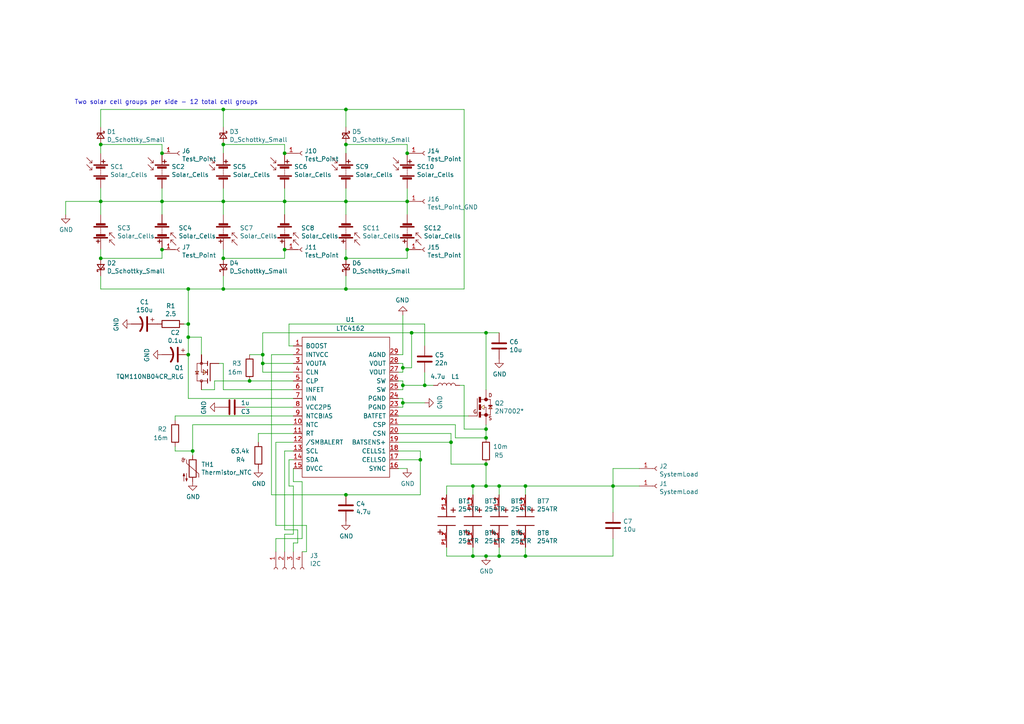
<source format=kicad_sch>
(kicad_sch (version 20211123) (generator eeschema)
  (paper "A4")
  (title_block (title "Cubesat Power Board") (date "2022-07-09") (rev "1") (company "SEDS TnTech - Luke Chapman"))
  (lib_symbols
    (symbol "254TR:254TR" (pin_names (offset 1.016) hide)
      (property "Reference" "BT" (at -3.81 3.81 0))
      (property "Value" "254TR" (at -3.81 -5.08 0))
      (symbol "254TR_0_0"
        (polyline (pts (xy -1.27 1.905) (xy 0 1.905)) (stroke (width 0.254)))
        (polyline (pts (xy -0.635 2.54) (xy -0.635 1.27)) (stroke (width 0.254)))
        (polyline (pts (xy 1.27 0) (xy 0 0)) (stroke (width 0.254)))
        (polyline (pts (xy 1.27 0) (xy 1.27 -2.54)) (stroke (width 0.254)))
        (polyline (pts (xy 1.27 2.54) (xy 1.27 0)) (stroke (width 0.254)))
        (pin passive line (at -5.08 0 0) (length 5.08) (name "~") (number "P1_1"))
        (pin passive line (at -5.08 0 0) (length 5.08) (name "~") (number "P1_2"))
      )
    )
    (symbol "2N7002_:2N7002*" (pin_numbers hide) (pin_names (offset 1.016) hide)
      (property "Reference" "Q" (at 2.54 0 0))
      (property "Value" "2N7002*" (at 2.54 -2.54 0))
      (symbol "2N7002*_0_0"
        (rectangle (start -2.032 -2.921) (end -1.524 -1.397) (fill (type outline)))
        (rectangle (start -2.032 -0.762) (end -1.524 0.762) (fill (type outline)))
        (rectangle (start -2.032 1.397) (end -1.524 2.921) (fill (type outline)))
        (circle (center 0 -2.2352) (radius 0.127) (stroke (width 0.4064)))
        (polyline (pts (xy -2.54 -2.54) (xy -2.54 2.54)) (stroke (width 0.1524)))
        (polyline (pts (xy -1.6002 -2.2352) (xy 0 -2.2352)) (stroke (width 0.1524)))
        (polyline (pts (xy -1.6002 2.2352) (xy 0 2.2352)) (stroke (width 0.1524)))
        (polyline (pts (xy -0.508 0) (xy 0 0)) (stroke (width 0.1524)))
        (polyline (pts (xy 0 -2.2352) (xy 0 -2.54)) (stroke (width 0.1524)))
        (polyline (pts (xy 0 0) (xy 0 -2.2352)) (stroke (width 0.1524)))
        (polyline (pts (xy 0 2.2352) (xy 1.27 2.2352)) (stroke (width 0.1524)))
        (polyline (pts (xy 0 2.54) (xy 0 2.2352)) (stroke (width 0.1524)))
        (polyline (pts (xy 1.27 -2.2352) (xy 0 -2.2352)) (stroke (width 0.1524)))
        (polyline (pts (xy 1.27 2.2352) (xy 1.27 -2.2352)) (stroke (width 0.1524)))
        (polyline (pts (xy -1.524 0) (xy -0.508 0.635) (xy -0.508 -0.635) (xy -1.524 0)) (stroke (width 0.1016)) (fill (type background)))
        (polyline (pts (xy 1.27 0.3302) (xy 0.762 -0.4572) (xy 1.778 -0.4572) (xy 1.27 0.3302)) (stroke (width 0.1524)) (fill (type background)))
        (circle (center 0 2.2352) (radius 0.127) (stroke (width 0.4064)))
        (rectangle (start 0.762 0.3302) (end 1.778 0.5842) (fill (type outline)))
        (text "D" (at 0.635 2.8702 0) (effects (font (size 1.016 1.016)) (justify left bottom)))
        (text "G" (at -3.81 -1.905 0) (effects (font (size 1.016 1.016)) (justify left bottom)))
        (text "S" (at 0.635 -3.81 0) (effects (font (size 1.016 1.016)) (justify left bottom)))
        (pin passive line (at -5.08 -2.54 0) (length 2.54) (name "~") (number "1"))
        (pin passive line (at 0 -5.08 90) (length 2.54) (name "~") (number "2"))
        (pin passive line (at 0 5.08 270) (length 2.54) (name "~") (number "3"))
      )
    )
    (symbol "CubesatPwrBoard-rescue:C-Device" (pin_numbers hide) (pin_names (offset 0.254))
      (property "Reference" "C" (at 0.635 2.54 0))
      (property "Value" "C-Device" (at 0.635 -2.54 0))
      (symbol "C-Device_0_1"
        (polyline (pts (xy -2.032 -0.762) (xy 2.032 -0.762)) (stroke (width 0.508)))
        (polyline (pts (xy -2.032 0.762) (xy 2.032 0.762)) (stroke (width 0.508)))
      )
      (symbol "C-Device_1_1"
        (pin passive line (at 0 3.81 270) (length 2.794) (name "~") (number "1"))
        (pin passive line (at 0 -3.81 90) (length 2.794) (name "~") (number "2"))
      )
    )
    (symbol "CubesatPwrBoard-rescue:CP1-Device" (pin_numbers hide) (pin_names (offset 0.254) hide)
      (property "Reference" "C" (at 0.635 2.54 0))
      (property "Value" "CP1-Device" (at 0.635 -2.54 0))
      (symbol "CP1-Device_0_1"
        (polyline (pts (xy -2.032 0.762) (xy 2.032 0.762)) (stroke (width 0.508)))
        (polyline (pts (xy -1.778 2.286) (xy -0.762 2.286)))
        (polyline (pts (xy -1.27 1.778) (xy -1.27 2.794)))
        (arc (start 2.032 -1.27) (mid 0 -0.5572) (end -2.032 -1.27) (stroke (width 0.508)))
      )
      (symbol "CP1-Device_1_1"
        (pin passive line (at 0 3.81 270) (length 2.794) (name "~") (number "1"))
        (pin passive line (at 0 -3.81 90) (length 3.302) (name "~") (number "2"))
      )
    )
    (symbol "CubesatPwrBoard-rescue:Conn_01x01_Female-Connector" (pin_names (offset 1.016) hide)
      (property "Reference" "J" (at 0 2.54 0))
      (property "Value" "Conn_01x01_Female-Connector" (at 0 -2.54 0))
      (symbol "Conn_01x01_Female-Connector_1_1"
        (polyline (pts (xy -1.27 0) (xy -0.508 0)) (stroke (width 0.1524)))
        (arc (start 0 0.508) (mid -0.508 0) (end 0 -0.508) (stroke (width 0.1524)))
        (pin passive line (at -5.08 0 0) (length 3.81) (name "Pin_1") (number "1"))
      )
    )
    (symbol "CubesatPwrBoard-rescue:Conn_01x04_Female-Connector" (pin_names (offset 1.016) hide)
      (property "Reference" "J" (at 0 5.08 0))
      (property "Value" "Conn_01x04_Female-Connector" (at 0 -7.62 0))
      (symbol "Conn_01x04_Female-Connector_1_1"
        (arc (start 0 -4.572) (mid -0.508 -5.08) (end 0 -5.588) (stroke (width 0.1524)))
        (arc (start 0 -2.032) (mid -0.508 -2.54) (end 0 -3.048) (stroke (width 0.1524)))
        (polyline (pts (xy -1.27 -5.08) (xy -0.508 -5.08)) (stroke (width 0.1524)))
        (polyline (pts (xy -1.27 -2.54) (xy -0.508 -2.54)) (stroke (width 0.1524)))
        (polyline (pts (xy -1.27 0) (xy -0.508 0)) (stroke (width 0.1524)))
        (polyline (pts (xy -1.27 2.54) (xy -0.508 2.54)) (stroke (width 0.1524)))
        (arc (start 0 0.508) (mid -0.508 0) (end 0 -0.508) (stroke (width 0.1524)))
        (arc (start 0 3.048) (mid -0.508 2.54) (end 0 2.032) (stroke (width 0.1524)))
        (pin passive line (at -5.08 2.54 0) (length 3.81) (name "Pin_1") (number "1"))
        (pin passive line (at -5.08 0 0) (length 3.81) (name "Pin_2") (number "2"))
        (pin passive line (at -5.08 -2.54 0) (length 3.81) (name "Pin_3") (number "3"))
        (pin passive line (at -5.08 -5.08 0) (length 3.81) (name "Pin_4") (number "4"))
      )
    )
    (symbol "CubesatPwrBoard-rescue:D_Schottky_Small-Device" (pin_numbers hide) (pin_names (offset 0.254) hide)
      (property "Reference" "D" (at -1.27 2.032 0))
      (property "Value" "D_Schottky_Small-Device" (at -7.112 -2.032 0))
      (symbol "D_Schottky_Small-Device_0_1"
        (polyline (pts (xy -0.762 0) (xy 0.762 0)))
        (polyline (pts (xy 0.762 -1.016) (xy -0.762 0) (xy 0.762 1.016) (xy 0.762 -1.016)) (stroke (width 0.254)))
        (polyline (pts (xy -1.27 0.762) (xy -1.27 1.016) (xy -0.762 1.016) (xy -0.762 -1.016) (xy -0.254 -1.016) (xy -0.254 -0.762)) (stroke (width 0.254)))
      )
      (symbol "D_Schottky_Small-Device_1_1"
        (pin passive line (at -2.54 0 0) (length 1.778) (name "K") (number "1"))
        (pin passive line (at 2.54 0 180) (length 1.778) (name "A") (number "2"))
      )
    )
    (symbol "CubesatPwrBoard-rescue:GND-power" (power) (pin_names (offset 0))
      (property "Value" "GND-power" (at 0 -3.81 0))
      (symbol "GND-power_0_1"
        (polyline (pts (xy 0 0) (xy 0 -1.27) (xy 1.27 -1.27) (xy 0 -2.54) (xy -1.27 -1.27) (xy 0 -1.27)))
      )
      (symbol "GND-power_1_1"
        (pin power_in line (at 0 0 270) (length 0) hide (name "GND") (number "1"))
      )
    )
    (symbol "CubesatPwrBoard-rescue:L-Device" (pin_numbers hide) (pin_names (offset 1.016) hide)
      (property "Reference" "L" (at -1.27 0 90))
      (property "Value" "L-Device" (at 1.905 0 90))
      (symbol "L-Device_0_1"
        (arc (start 0 -2.54) (mid 0.635 -1.905) (end 0 -1.27))
        (arc (start 0 -1.27) (mid 0.635 -0.635) (end 0 0))
        (arc (start 0 0) (mid 0.635 0.635) (end 0 1.27))
        (arc (start 0 1.27) (mid 0.635 1.905) (end 0 2.54))
      )
      (symbol "L-Device_1_1"
        (pin passive line (at 0 3.81 270) (length 1.27) (name "1") (number "1"))
        (pin passive line (at 0 -3.81 90) (length 1.27) (name "2") (number "2"))
      )
    )
    (symbol "CubesatPwrBoard-rescue:R-Device" (pin_numbers hide) (pin_names (offset 0))
      (property "Reference" "R" (at 2.032 0 90))
      (property "Value" "R-Device" (at 0 0 90))
      (symbol "R-Device_0_1"
        (rectangle (start -1.016 -2.54) (end 1.016 2.54) (stroke (width 0.254)))
      )
      (symbol "R-Device_1_1"
        (pin passive line (at 0 3.81 270) (length 1.27) (name "~") (number "1"))
        (pin passive line (at 0 -3.81 90) (length 1.27) (name "~") (number "2"))
      )
    )
    (symbol "CubesatPwrBoard-rescue:Solar_Cells-Device" (pin_numbers hide) (pin_names (offset 0) hide)
      (property "Reference" "SC" (at 2.54 2.54 0))
      (property "Value" "Solar_Cells-Device" (at 2.54 0 0))
      (symbol "Solar_Cells-Device_0_1"
        (rectangle (start -2.032 -1.397) (end 2.032 -1.651) (fill (type outline)))
        (rectangle (start -2.032 1.778) (end 2.032 1.524) (fill (type outline)))
        (rectangle (start -1.3208 -1.9812) (end 1.27 -2.4892) (fill (type outline)))
        (rectangle (start -1.3208 1.1938) (end 1.27 0.6858) (fill (type outline)))
        (polyline (pts (xy -2.54 0.254) (xy -4.064 1.778)))
        (polyline (pts (xy -2.54 2.286) (xy -4.064 3.81)))
        (polyline (pts (xy 0 -1.524) (xy 0 -1.27)))
        (polyline (pts (xy 0 -1.016) (xy 0 -0.762)))
        (polyline (pts (xy 0 -0.508) (xy 0 -0.254)))
        (polyline (pts (xy 0 0) (xy 0 0.254)))
        (polyline (pts (xy 0 0.508) (xy 0 0.762)))
        (polyline (pts (xy 0 1.778) (xy 0 2.54)))
        (polyline (pts (xy 0.254 2.667) (xy 1.27 2.667)) (stroke (width 0.254)))
        (polyline (pts (xy 0.762 3.175) (xy 0.762 2.159)) (stroke (width 0.254)))
        (polyline (pts (xy -2.54 1.016) (xy -2.54 0.254) (xy -3.302 0.254)))
        (polyline (pts (xy -2.54 3.048) (xy -2.54 2.286) (xy -3.302 2.286)))
      )
      (symbol "Solar_Cells-Device_1_1"
        (pin passive line (at 0 5.08 270) (length 2.54) (name "+") (number "1"))
        (pin passive line (at 0 -5.08 90) (length 2.54) (name "-") (number "2"))
      )
    )
    (symbol "CubesatPwrBoard-rescue:Thermistor_NTC-Device" (pin_numbers hide) (pin_names (offset 0))
      (property "Reference" "TH" (at -4.445 0 90))
      (property "Value" "Thermistor_NTC-Device" (at 3.175 0 90))
      (symbol "Thermistor_NTC-Device_0_1"
        (arc (start -3.048 2.159) (mid -3.0495 2.3143) (end -3.175 2.413))
        (arc (start -3.048 2.159) (mid -2.9736 1.9794) (end -2.794 1.905))
        (arc (start -3.048 2.794) (mid -2.9736 2.6144) (end -2.794 2.54))
        (arc (start -2.794 1.905) (mid -2.6144 1.9794) (end -2.54 2.159))
        (arc (start -2.794 2.54) (mid -2.4393 2.5587) (end -2.159 2.794))
        (arc (start -2.794 3.048) (mid -2.9736 2.9736) (end -3.048 2.794))
        (arc (start -2.54 2.794) (mid -2.6144 2.9736) (end -2.794 3.048))
        (rectangle (start -1.016 2.54) (end 1.016 -2.54) (stroke (width 0.254)))
        (polyline (pts (xy -2.54 2.159) (xy -2.54 2.794)))
        (polyline (pts (xy -1.778 2.54) (xy -1.778 1.524) (xy 1.778 -1.524) (xy 1.778 -2.54)))
        (polyline (pts (xy -2.54 -3.683) (xy -2.54 -1.397) (xy -2.794 -2.159) (xy -2.286 -2.159) (xy -2.54 -1.397) (xy -2.54 -1.651)) (fill (type outline)))
        (polyline (pts (xy -1.778 -1.397) (xy -1.778 -3.683) (xy -2.032 -2.921) (xy -1.524 -2.921) (xy -1.778 -3.683) (xy -1.778 -3.429)) (fill (type outline)))
      )
      (symbol "Thermistor_NTC-Device_1_1"
        (pin passive line (at 0 3.81 270) (length 1.27) (name "~") (number "1"))
        (pin passive line (at 0 -3.81 90) (length 1.27) (name "~") (number "2"))
      )
    )
    (symbol "LTC4162IUFD:LTC4162" (pin_names (offset 1.016))
      (property "Reference" "U" (at 0 21.59 0))
      (property "Value" "LTC4162" (at 0 24.13 0))
      (symbol "LTC4162_0_1"
        (rectangle (start -13.97 20.32) (end 11.43 -20.32))
      )
      (symbol "LTC4162_1_1"
        (pin input line (at -16.51 17.78 0) (length 2.54) (name "BOOST") (number "1"))
        (pin input line (at -16.51 -5.08 0) (length 2.54) (name "NTC") (number "10"))
        (pin input line (at -16.51 -7.62 0) (length 2.54) (name "RT") (number "11"))
        (pin input line (at -16.51 -10.16 0) (length 2.54) (name "/SMBALERT") (number "12"))
        (pin input line (at -16.51 -12.7 0) (length 2.54) (name "SCL") (number "13"))
        (pin input line (at -16.51 -15.24 0) (length 2.54) (name "SDA") (number "14"))
        (pin input line (at -16.51 -17.78 0) (length 2.54) (name "DVCC") (number "15"))
        (pin input line (at 13.97 -17.78 180) (length 2.54) (name "SYNC") (number "16"))
        (pin input line (at 13.97 -15.24 180) (length 2.54) (name "CELLS0") (number "17"))
        (pin input line (at 13.97 -12.7 180) (length 2.54) (name "CELLS1") (number "18"))
        (pin input line (at 13.97 -10.16 180) (length 2.54) (name "BATSENS+") (number "19"))
        (pin input line (at -16.51 15.24 0) (length 2.54) (name "INTVCC") (number "2"))
        (pin input line (at 13.97 -7.62 180) (length 2.54) (name "CSN") (number "20"))
        (pin input line (at 13.97 -5.08 180) (length 2.54) (name "CSP") (number "21"))
        (pin input line (at 13.97 -2.54 180) (length 2.54) (name "BATFET") (number "22"))
        (pin input line (at 13.97 0 180) (length 2.54) (name "PGND") (number "23"))
        (pin input line (at 13.97 2.54 180) (length 2.54) (name "PGND") (number "24"))
        (pin input line (at 13.97 5.08 180) (length 2.54) (name "SW") (number "25"))
        (pin input line (at 13.97 7.62 180) (length 2.54) (name "SW") (number "26"))
        (pin input line (at 13.97 10.16 180) (length 2.54) (name "VOUT") (number "27"))
        (pin input line (at 13.97 12.7 180) (length 2.54) (name "VOUT") (number "28"))
        (pin input line (at 13.97 15.24 180) (length 2.54) (name "AGND") (number "29"))
        (pin input line (at -16.51 12.7 0) (length 2.54) (name "VOUTA") (number "3"))
        (pin input line (at -16.51 10.16 0) (length 2.54) (name "CLN") (number "4"))
        (pin input line (at -16.51 7.62 0) (length 2.54) (name "CLP") (number "5"))
        (pin input line (at -16.51 5.08 0) (length 2.54) (name "INFET") (number "6"))
        (pin input line (at -16.51 2.54 0) (length 2.54) (name "VIN") (number "7"))
        (pin input line (at -16.51 0 0) (length 2.54) (name "VCC2P5") (number "8"))
        (pin input line (at -16.51 -2.54 0) (length 2.54) (name "NTCBIAS") (number "9"))
      )
    )
    (symbol "TQM110NB04CR_RLG:TQM110NB04CR_RLG" (pin_numbers hide) (pin_names (offset 1.016) hide)
      (property "Reference" "Q" (at -8.89 2.54 0))
      (property "Value" "TQM110NB04CR_RLG" (at -8.89 -7.62 0))
      (symbol "TQM110NB04CR_RLG_0_0"
        (polyline (pts (xy 0 2.54) (xy 0 -2.54)) (stroke (width 0.254)))
        (polyline (pts (xy 0.762 -2.54) (xy 0.762 -3.175)) (stroke (width 0.254)))
        (polyline (pts (xy 0.762 -1.905) (xy 0.762 -2.54)) (stroke (width 0.254)))
        (polyline (pts (xy 0.762 0) (xy 0.762 -0.762)) (stroke (width 0.254)))
        (polyline (pts (xy 0.762 0) (xy 2.54 0)) (stroke (width 0.1524)))
        (polyline (pts (xy 0.762 0.762) (xy 0.762 0)) (stroke (width 0.254)))
        (polyline (pts (xy 0.762 2.54) (xy 0.762 1.905)) (stroke (width 0.254)))
        (polyline (pts (xy 0.762 2.54) (xy 3.81 2.54)) (stroke (width 0.1524)))
        (polyline (pts (xy 0.762 3.175) (xy 0.762 2.54)) (stroke (width 0.254)))
        (polyline (pts (xy 2.54 -2.54) (xy 0.762 -2.54)) (stroke (width 0.1524)))
        (polyline (pts (xy 2.54 -2.54) (xy 3.81 -2.54)) (stroke (width 0.1524)))
        (polyline (pts (xy 2.54 0) (xy 2.54 -2.54)) (stroke (width 0.1524)))
        (polyline (pts (xy 3.81 0.508) (xy 3.302 0.508)) (stroke (width 0.1524)))
        (polyline (pts (xy 3.81 0.508) (xy 3.81 -2.54)) (stroke (width 0.1524)))
        (polyline (pts (xy 3.81 2.54) (xy 3.81 0.508)) (stroke (width 0.1524)))
        (polyline (pts (xy 4.318 0.508) (xy 3.81 0.508)) (stroke (width 0.1524)))
        (polyline (pts (xy 1.016 0) (xy 2.032 0.762) (xy 2.032 -0.762) (xy 1.016 0)) (stroke (width 0.1524)) (fill (type background)))
        (polyline (pts (xy 3.81 0.508) (xy 3.302 -0.254) (xy 4.318 -0.254) (xy 3.81 0.508)) (stroke (width 0.1524)) (fill (type background)))
        (circle (center 2.54 -2.54) (radius 0.3556))
        (circle (center 2.54 2.54) (radius 0.3556))
        (pin passive line (at 2.54 -5.08 90) (length 2.54) (name "~") (number "1"))
        (pin passive line (at 2.54 -5.08 90) (length 2.54) (name "~") (number "2"))
        (pin passive line (at 2.54 -5.08 90) (length 2.54) (name "~") (number "3"))
        (pin passive line (at -2.54 -2.54 0) (length 2.54) (name "~") (number "4"))
        (pin passive line (at 2.54 5.08 270) (length 2.54) (name "~") (number "5_8"))
      )
    )
  )
  (junction (at 82.55 58.42))
  (junction (at 46.99 72.39))
  (junction (at 100.33 74.93))
  (junction (at 116.84 116.84))
  (junction (at 100.33 58.42))
  (junction (at 64.77 41.91))
  (junction (at 118.11 44.45))
  (junction (at 64.77 74.93))
  (junction (at 118.11 58.42))
  (junction (at 100.33 143.51))
  (junction (at 72.39 110.49))
  (junction (at 54.61 97.79))
  (junction (at 137.16 140.97))
  (junction (at 140.97 134.62))
  (junction (at 46.99 58.42))
  (junction (at 82.55 44.45))
  (junction (at 76.2 102.87))
  (junction (at 29.21 41.91))
  (junction (at 144.78 140.97))
  (junction (at 137.16 161.29))
  (junction (at 144.78 161.29))
  (junction (at 140.97 140.97))
  (junction (at 100.33 83.82))
  (junction (at 29.21 58.42))
  (junction (at 29.21 74.93))
  (junction (at 54.61 102.87))
  (junction (at 130.81 128.27))
  (junction (at 152.4 161.29))
  (junction (at 100.33 31.75))
  (junction (at 116.84 106.68))
  (junction (at 121.92 133.35))
  (junction (at 152.4 140.97))
  (junction (at 64.77 83.82))
  (junction (at 123.19 111.76))
  (junction (at 140.97 96.52))
  (junction (at 177.8 140.97))
  (junction (at 140.97 127))
  (junction (at 82.55 72.39))
  (junction (at 118.11 72.39))
  (junction (at 46.99 44.45))
  (junction (at 54.61 93.98))
  (junction (at 54.61 83.82))
  (junction (at 55.88 130.81))
  (junction (at 64.77 31.75))
  (junction (at 140.97 124.46))
  (junction (at 116.84 111.76))
  (junction (at 140.97 161.29))
  (junction (at 64.77 58.42))
  (junction (at 76.2 105.41))
  (junction (at 119.38 96.52))
  (junction (at 100.33 41.91))
  (wire (pts (xy 55.88 123.19) (xy 55.88 130.81)))
  (wire (pts (xy 85.09 157.48) (xy 85.09 160.02)))
  (wire (pts (xy 86.36 153.67) (xy 86.36 157.48)))
  (wire (pts (xy 118.11 74.93) (xy 118.11 72.39)))
  (wire (pts (xy 29.21 31.75) (xy 64.77 31.75)))
  (wire (pts (xy 78.74 102.87) (xy 78.74 143.51)))
  (wire (pts (xy 82.55 74.93) (xy 64.77 74.93)))
  (wire (pts (xy 63.5 105.41) (xy 64.77 105.41)))
  (wire (pts (xy 116.84 102.87) (xy 115.57 102.87)))
  (wire (pts (xy 116.84 111.76) (xy 116.84 113.03)))
  (wire (pts (xy 54.61 93.98) (xy 54.61 83.82)))
  (wire (pts (xy 29.21 83.82) (xy 54.61 83.82)))
  (wire (pts (xy 137.16 158.75) (xy 137.16 161.29)))
  (wire (pts (xy 135.89 120.65) (xy 115.57 120.65)))
  (wire (pts (xy 29.21 31.75) (xy 29.21 36.83)))
  (wire (pts (xy 64.77 74.93) (xy 64.77 72.39)))
  (wire (pts (xy 100.33 54.61) (xy 100.33 58.42)))
  (wire (pts (xy 129.54 158.75) (xy 129.54 161.29)))
  (wire (pts (xy 133.35 111.76) (xy 134.62 111.76)))
  (wire (pts (xy 46.99 44.45) (xy 46.99 41.91)))
  (wire (pts (xy 123.19 111.76) (xy 123.19 107.95)))
  (wire (pts (xy 83.82 133.35) (xy 83.82 140.97)))
  (wire (pts (xy 118.11 41.91) (xy 118.11 44.45)))
  (wire (pts (xy 130.81 128.27) (xy 130.81 134.62)))
  (wire (pts (xy 64.77 105.41) (xy 64.77 113.03)))
  (wire (pts (xy 62.23 110.49) (xy 72.39 110.49)))
  (wire (pts (xy 64.77 83.82) (xy 64.77 80.01)))
  (wire (pts (xy 72.39 102.87) (xy 76.2 102.87)))
  (wire (pts (xy 85.09 140.97) (xy 85.09 154.94)))
  (wire (pts (xy 152.4 140.97) (xy 152.4 143.51)))
  (wire (pts (xy 29.21 58.42) (xy 19.05 58.42)))
  (wire (pts (xy 115.57 115.57) (xy 116.84 115.57)))
  (wire (pts (xy 80.01 128.27) (xy 80.01 152.4)))
  (wire (pts (xy 177.8 140.97) (xy 185.42 140.97)))
  (wire (pts (xy 46.99 58.42) (xy 29.21 58.42)))
  (wire (pts (xy 82.55 41.91) (xy 64.77 41.91)))
  (wire (pts (xy 118.11 58.42) (xy 118.11 54.61)))
  (wire (pts (xy 83.82 100.33) (xy 83.82 93.98)))
  (wire (pts (xy 29.21 44.45) (xy 29.21 41.91)))
  (wire (pts (xy 134.62 31.75) (xy 100.33 31.75)))
  (wire (pts (xy 85.09 118.11) (xy 71.12 118.11)))
  (wire (pts (xy 119.38 96.52) (xy 140.97 96.52)))
  (wire (pts (xy 82.55 74.93) (xy 82.55 72.39)))
  (wire (pts (xy 100.33 31.75) (xy 100.33 36.83)))
  (wire (pts (xy 140.97 124.46) (xy 140.97 123.19)))
  (wire (pts (xy 46.99 58.42) (xy 46.99 54.61)))
  (wire (pts (xy 115.57 125.73) (xy 130.81 125.73)))
  (wire (pts (xy 87.63 156.21) (xy 80.01 156.21)))
  (wire (pts (xy 152.4 161.29) (xy 152.4 158.75)))
  (wire (pts (xy 130.81 125.73) (xy 130.81 128.27)))
  (wire (pts (xy 46.99 74.93) (xy 29.21 74.93)))
  (wire (pts (xy 54.61 115.57) (xy 54.61 102.87)))
  (wire (pts (xy 144.78 143.51) (xy 144.78 140.97)))
  (wire (pts (xy 82.55 58.42) (xy 64.77 58.42)))
  (wire (pts (xy 85.09 130.81) (xy 82.55 130.81)))
  (wire (pts (xy 55.88 130.81) (xy 55.88 132.08)))
  (wire (pts (xy 50.8 120.65) (xy 50.8 121.92)))
  (wire (pts (xy 116.84 110.49) (xy 116.84 111.76)))
  (wire (pts (xy 82.55 58.42) (xy 100.33 58.42)))
  (wire (pts (xy 46.99 58.42) (xy 46.99 62.23)))
  (wire (pts (xy 123.19 93.98) (xy 123.19 100.33)))
  (wire (pts (xy 76.2 107.95) (xy 85.09 107.95)))
  (wire (pts (xy 85.09 115.57) (xy 54.61 115.57)))
  (wire (pts (xy 116.84 116.84) (xy 123.19 116.84)))
  (wire (pts (xy 88.9 152.4) (xy 88.9 160.02)))
  (wire (pts (xy 118.11 41.91) (xy 100.33 41.91)))
  (wire (pts (xy 19.05 58.42) (xy 19.05 62.23)))
  (wire (pts (xy 177.8 161.29) (xy 177.8 156.21)))
  (wire (pts (xy 46.99 74.93) (xy 46.99 72.39)))
  (wire (pts (xy 177.8 135.89) (xy 177.8 140.97)))
  (wire (pts (xy 123.19 111.76) (xy 125.73 111.76)))
  (wire (pts (xy 78.74 143.51) (xy 100.33 143.51)))
  (wire (pts (xy 100.33 143.51) (xy 121.92 143.51)))
  (wire (pts (xy 118.11 74.93) (xy 100.33 74.93)))
  (wire (pts (xy 85.09 125.73) (xy 74.93 125.73)))
  (wire (pts (xy 82.55 54.61) (xy 82.55 58.42)))
  (wire (pts (xy 76.2 96.52) (xy 119.38 96.52)))
  (wire (pts (xy 85.09 139.7) (xy 85.09 135.89)))
  (wire (pts (xy 132.08 127) (xy 140.97 127)))
  (wire (pts (xy 58.42 102.87) (xy 58.42 97.79)))
  (wire (pts (xy 134.62 124.46) (xy 140.97 124.46)))
  (wire (pts (xy 116.84 115.57) (xy 116.84 116.84)))
  (wire (pts (xy 119.38 106.68) (xy 119.38 96.52)))
  (wire (pts (xy 29.21 62.23) (xy 29.21 58.42)))
  (wire (pts (xy 144.78 161.29) (xy 152.4 161.29)))
  (wire (pts (xy 140.97 96.52) (xy 144.78 96.52)))
  (wire (pts (xy 82.55 154.94) (xy 82.55 160.02)))
  (wire (pts (xy 58.42 97.79) (xy 54.61 97.79)))
  (wire (pts (xy 140.97 113.03) (xy 140.97 96.52)))
  (wire (pts (xy 29.21 80.01) (xy 29.21 83.82)))
  (wire (pts (xy 58.42 113.03) (xy 62.23 113.03)))
  (wire (pts (xy 80.01 156.21) (xy 80.01 160.02)))
  (wire (pts (xy 50.8 129.54) (xy 50.8 130.81)))
  (wire (pts (xy 185.42 135.89) (xy 177.8 135.89)))
  (wire (pts (xy 100.33 44.45) (xy 100.33 41.91)))
  (wire (pts (xy 140.97 124.46) (xy 140.97 127)))
  (wire (pts (xy 115.57 133.35) (xy 121.92 133.35)))
  (wire (pts (xy 137.16 140.97) (xy 140.97 140.97)))
  (wire (pts (xy 82.55 130.81) (xy 82.55 153.67)))
  (wire (pts (xy 88.9 160.02) (xy 87.63 160.02)))
  (wire (pts (xy 115.57 128.27) (xy 130.81 128.27)))
  (wire (pts (xy 87.63 139.7) (xy 85.09 139.7)))
  (wire (pts (xy 152.4 161.29) (xy 177.8 161.29)))
  (wire (pts (xy 177.8 140.97) (xy 177.8 148.59)))
  (wire (pts (xy 83.82 93.98) (xy 123.19 93.98)))
  (wire (pts (xy 129.54 161.29) (xy 137.16 161.29)))
  (wire (pts (xy 116.84 116.84) (xy 116.84 118.11)))
  (wire (pts (xy 82.55 58.42) (xy 82.55 62.23)))
  (wire (pts (xy 54.61 83.82) (xy 64.77 83.82)))
  (wire (pts (xy 100.33 83.82) (xy 134.62 83.82)))
  (wire (pts (xy 64.77 83.82) (xy 100.33 83.82)))
  (wire (pts (xy 116.84 106.68) (xy 116.84 107.95)))
  (wire (pts (xy 64.77 31.75) (xy 100.33 31.75)))
  (wire (pts (xy 116.84 102.87) (xy 116.84 91.44)))
  (wire (pts (xy 134.62 111.76) (xy 134.62 124.46)))
  (wire (pts (xy 118.11 62.23) (xy 118.11 58.42)))
  (wire (pts (xy 140.97 140.97) (xy 144.78 140.97)))
  (wire (pts (xy 64.77 113.03) (xy 85.09 113.03)))
  (wire (pts (xy 137.16 143.51) (xy 137.16 140.97)))
  (wire (pts (xy 85.09 154.94) (xy 82.55 154.94)))
  (wire (pts (xy 64.77 54.61) (xy 64.77 58.42)))
  (wire (pts (xy 62.23 113.03) (xy 62.23 110.49)))
  (wire (pts (xy 29.21 58.42) (xy 29.21 54.61)))
  (wire (pts (xy 137.16 161.29) (xy 140.97 161.29)))
  (wire (pts (xy 76.2 102.87) (xy 76.2 105.41)))
  (wire (pts (xy 116.84 107.95) (xy 115.57 107.95)))
  (wire (pts (xy 132.08 123.19) (xy 132.08 127)))
  (wire (pts (xy 85.09 102.87) (xy 78.74 102.87)))
  (wire (pts (xy 80.01 128.27) (xy 85.09 128.27)))
  (wire (pts (xy 85.09 133.35) (xy 83.82 133.35)))
  (wire (pts (xy 54.61 97.79) (xy 54.61 93.98)))
  (wire (pts (xy 115.57 110.49) (xy 116.84 110.49)))
  (wire (pts (xy 121.92 133.35) (xy 121.92 143.51)))
  (wire (pts (xy 130.81 134.62) (xy 140.97 134.62)))
  (wire (pts (xy 64.77 31.75) (xy 64.77 36.83)))
  (wire (pts (xy 140.97 134.62) (xy 140.97 140.97)))
  (wire (pts (xy 53.34 93.98) (xy 54.61 93.98)))
  (wire (pts (xy 100.33 83.82) (xy 100.33 80.01)))
  (wire (pts (xy 80.01 152.4) (xy 88.9 152.4)))
  (wire (pts (xy 116.84 118.11) (xy 115.57 118.11)))
  (wire (pts (xy 54.61 102.87) (xy 54.61 97.79)))
  (wire (pts (xy 121.92 130.81) (xy 121.92 133.35)))
  (wire (pts (xy 152.4 140.97) (xy 177.8 140.97)))
  (wire (pts (xy 82.55 44.45) (xy 82.55 41.91)))
  (wire (pts (xy 85.09 100.33) (xy 83.82 100.33)))
  (wire (pts (xy 76.2 105.41) (xy 76.2 107.95)))
  (wire (pts (xy 116.84 111.76) (xy 123.19 111.76)))
  (wire (pts (xy 144.78 140.97) (xy 152.4 140.97)))
  (wire (pts (xy 64.77 58.42) (xy 46.99 58.42)))
  (wire (pts (xy 74.93 125.73) (xy 74.93 128.27)))
  (wire (pts (xy 83.82 140.97) (xy 85.09 140.97)))
  (wire (pts (xy 29.21 41.91) (xy 46.99 41.91)))
  (wire (pts (xy 118.11 58.42) (xy 100.33 58.42)))
  (wire (pts (xy 76.2 96.52) (xy 76.2 102.87)))
  (wire (pts (xy 86.36 157.48) (xy 85.09 157.48)))
  (wire (pts (xy 140.97 161.29) (xy 144.78 161.29)))
  (wire (pts (xy 129.54 143.51) (xy 129.54 140.97)))
  (wire (pts (xy 144.78 158.75) (xy 144.78 161.29)))
  (wire (pts (xy 82.55 153.67) (xy 86.36 153.67)))
  (wire (pts (xy 85.09 123.19) (xy 55.88 123.19)))
  (wire (pts (xy 100.33 74.93) (xy 100.33 72.39)))
  (wire (pts (xy 87.63 139.7) (xy 87.63 156.21)))
  (wire (pts (xy 29.21 74.93) (xy 29.21 72.39)))
  (wire (pts (xy 115.57 135.89) (xy 118.11 135.89)))
  (wire (pts (xy 64.77 58.42) (xy 64.77 62.23)))
  (wire (pts (xy 116.84 106.68) (xy 119.38 106.68)))
  (wire (pts (xy 115.57 123.19) (xy 132.08 123.19)))
  (wire (pts (xy 115.57 105.41) (xy 116.84 105.41)))
  (wire (pts (xy 64.77 44.45) (xy 64.77 41.91)))
  (wire (pts (xy 100.33 58.42) (xy 100.33 62.23)))
  (wire (pts (xy 134.62 83.82) (xy 134.62 31.75)))
  (wire (pts (xy 129.54 140.97) (xy 137.16 140.97)))
  (wire (pts (xy 72.39 110.49) (xy 85.09 110.49)))
  (wire (pts (xy 85.09 120.65) (xy 50.8 120.65)))
  (wire (pts (xy 115.57 130.81) (xy 121.92 130.81)))
  (wire (pts (xy 50.8 130.81) (xy 55.88 130.81)))
  (wire (pts (xy 76.2 105.41) (xy 85.09 105.41)))
  (wire (pts (xy 116.84 105.41) (xy 116.84 106.68)))
  (wire (pts (xy 116.84 113.03) (xy 115.57 113.03)))
  (text "Two solar cell groups per side - 12 total cell groups" (at 21.59 30.48 0) (effects (font (size 1.27 1.27)) (justify left bottom)))
  (symbol (lib_id "LTC4162IUFD:LTC4162") (at 101.6 118.11 0) (unit 1)
    (property "Reference" "U1" (at 101.6 92.71 0))
    (property "Value" "LTC4162" (at 101.6 95.25 0))
    (property "Footprint" "LTC4162:QFN50P500X400X80-29N" (effects hide))
  )
  (symbol (lib_id "CubesatPwrBoard-rescue:Solar_Cells-Device") (at 29.21 67.31 180) (unit 1)
    (property "Reference" "SC3" (at 33.9852 66.1416 0) (effects (justify right)))
    (property "Value" "Solar_Cells" (at 33.9852 68.453 0) (effects (justify right)))
    (property "Footprint" "6915_1x2:691508110302" (effects hide))
  )
  (symbol (lib_id "CubesatPwrBoard-rescue:Solar_Cells-Device") (at 46.99 49.53 0) (unit 1)
    (property "Reference" "SC2" (at 49.7332 48.3616 0) (effects (justify left)))
    (property "Value" "Solar_Cells" (at 49.7332 50.673 0) (effects (justify left)))
    (property "Footprint" "6915_1x2:691508110302" (effects hide))
  )
  (symbol (lib_id "CubesatPwrBoard-rescue:Solar_Cells-Device") (at 46.99 67.31 180) (unit 1)
    (property "Reference" "SC4" (at 51.7652 66.1416 0) (effects (justify right)))
    (property "Value" "Solar_Cells" (at 51.7652 68.453 0) (effects (justify right)))
    (property "Footprint" "6915_1x2:691508110302" (effects hide))
  )
  (symbol (lib_id "CubesatPwrBoard-rescue:Solar_Cells-Device") (at 64.77 67.31 180) (unit 1)
    (property "Reference" "SC7" (at 69.5452 66.1416 0) (effects (justify right)))
    (property "Value" "Solar_Cells" (at 69.5452 68.453 0) (effects (justify right)))
    (property "Footprint" "6915_1x2:691508110302" (effects hide))
  )
  (symbol (lib_id "CubesatPwrBoard-rescue:Solar_Cells-Device") (at 64.77 49.53 0) (unit 1)
    (property "Reference" "SC5" (at 67.5132 48.3616 0) (effects (justify left)))
    (property "Value" "Solar_Cells" (at 67.5132 50.673 0) (effects (justify left)))
    (property "Footprint" "6915_1x2:691508110302" (effects hide))
  )
  (symbol (lib_id "CubesatPwrBoard-rescue:Solar_Cells-Device") (at 82.55 49.53 0) (unit 1)
    (property "Reference" "SC6" (at 85.2932 48.3616 0) (effects (justify left)))
    (property "Value" "Solar_Cells" (at 85.2932 50.673 0) (effects (justify left)))
    (property "Footprint" "6915_1x2:691508110302" (effects hide))
  )
  (symbol (lib_id "CubesatPwrBoard-rescue:Solar_Cells-Device") (at 82.55 67.31 180) (unit 1)
    (property "Reference" "SC8" (at 87.3252 66.1416 0) (effects (justify right)))
    (property "Value" "Solar_Cells" (at 87.3252 68.453 0) (effects (justify right)))
    (property "Footprint" "6915_1x2:691508110302" (effects hide))
  )
  (symbol (lib_id "CubesatPwrBoard-rescue:Solar_Cells-Device") (at 100.33 67.31 180) (unit 1)
    (property "Reference" "SC11" (at 105.1052 66.1416 0) (effects (justify right)))
    (property "Value" "Solar_Cells" (at 105.1052 68.453 0) (effects (justify right)))
    (property "Footprint" "6915_1x2:691508110302" (effects hide))
  )
  (symbol (lib_id "CubesatPwrBoard-rescue:Solar_Cells-Device") (at 100.33 49.53 0) (unit 1)
    (property "Reference" "SC9" (at 103.0732 48.3616 0) (effects (justify left)))
    (property "Value" "Solar_Cells" (at 103.0732 50.673 0) (effects (justify left)))
    (property "Footprint" "6915_1x2:691508110302" (effects hide))
  )
  (symbol (lib_id "CubesatPwrBoard-rescue:Solar_Cells-Device") (at 118.11 67.31 180) (unit 1)
    (property "Reference" "SC12" (at 122.8852 66.1416 0) (effects (justify right)))
    (property "Value" "Solar_Cells" (at 122.8852 68.453 0) (effects (justify right)))
    (property "Footprint" "6915_1x2:691508110302" (effects hide))
  )
  (symbol (lib_id "CubesatPwrBoard-rescue:Solar_Cells-Device") (at 118.11 49.53 0) (unit 1)
    (property "Reference" "SC10" (at 120.8532 48.3616 0) (effects (justify left)))
    (property "Value" "Solar_Cells" (at 120.8532 50.673 0) (effects (justify left)))
    (property "Footprint" "6915_1x2:691508110302" (effects hide))
  )
  (symbol (lib_id "CubesatPwrBoard-rescue:Solar_Cells-Device") (at 29.21 49.53 0) (unit 1)
    (property "Reference" "SC1" (at 31.9532 48.3616 0) (effects (justify left)))
    (property "Value" "Solar_Cells" (at 31.9532 50.673 0) (effects (justify left)))
    (property "Footprint" "6915_1x2:691508110302" (effects hide))
  )
  (symbol (lib_id "CubesatPwrBoard-rescue:GND-power") (at 19.05 62.23 0) (unit 1)
    (property "Reference" "#PWR01" (effects hide))
    (property "Value" "GND" (at 19.177 66.6242 0))
  )
  (symbol (lib_id "CubesatPwrBoard-rescue:D_Schottky_Small-Device") (at 100.33 39.37 270) (unit 1)
    (property "Reference" "D5" (at 102.108 38.2016 90) (effects (justify left)))
    (property "Value" "D_Schottky_Small" (at 102.108 40.513 90) (effects (justify left)))
    (property "Footprint" "CUS520,H3F:DIO_CUS520,H3F" (effects hide))
  )
  (symbol (lib_id "CubesatPwrBoard-rescue:D_Schottky_Small-Device") (at 64.77 39.37 270) (unit 1)
    (property "Reference" "D3" (at 66.548 38.2016 90) (effects (justify left)))
    (property "Value" "D_Schottky_Small" (at 66.548 40.513 90) (effects (justify left)))
    (property "Footprint" "CUS520,H3F:DIO_CUS520,H3F" (effects hide))
  )
  (symbol (lib_id "CubesatPwrBoard-rescue:D_Schottky_Small-Device") (at 29.21 39.37 270) (unit 1)
    (property "Reference" "D1" (at 30.988 38.2016 90) (effects (justify left)))
    (property "Value" "D_Schottky_Small" (at 30.988 40.513 90) (effects (justify left)))
    (property "Footprint" "CUS520,H3F:DIO_CUS520,H3F" (effects hide))
  )
  (symbol (lib_id "CubesatPwrBoard-rescue:D_Schottky_Small-Device") (at 29.21 77.47 90) (unit 1)
    (property "Reference" "D2" (at 30.988 76.3016 90) (effects (justify right)))
    (property "Value" "D_Schottky_Small" (at 30.988 78.613 90) (effects (justify right)))
    (property "Footprint" "CUS520,H3F:DIO_CUS520,H3F" (effects hide))
  )
  (symbol (lib_id "CubesatPwrBoard-rescue:D_Schottky_Small-Device") (at 64.77 77.47 90) (unit 1)
    (property "Reference" "D4" (at 66.548 76.3016 90) (effects (justify right)))
    (property "Value" "D_Schottky_Small" (at 66.548 78.613 90) (effects (justify right)))
    (property "Footprint" "CUS520,H3F:DIO_CUS520,H3F" (effects hide))
  )
  (symbol (lib_id "CubesatPwrBoard-rescue:D_Schottky_Small-Device") (at 100.33 77.47 90) (unit 1)
    (property "Reference" "D6" (at 102.108 76.3016 90) (effects (justify right)))
    (property "Value" "D_Schottky_Small" (at 102.108 78.613 90) (effects (justify right)))
    (property "Footprint" "CUS520,H3F:DIO_CUS520,H3F" (effects hide))
  )
  (symbol (lib_id "TQM110NB04CR_RLG:TQM110NB04CR_RLG") (at 60.96 107.95 180) (unit 1)
    (property "Reference" "Q1" (at 53.34 106.68 0) (effects (justify left)))
    (property "Value" "TQM110NB04CR_RLG" (at 53.34 109.22 0) (effects (justify left)))
    (property "Footprint" "TQM110N:TRANS_TQM110NB04CR_RLG" (effects hide))
    (property "MAXIMUM_PACKAGE_HEIGHT" "1.1 mm" (effects hide))
    (property "PARTREV" "A1910" (effects hide))
    (property "MANUFACTURER" "Taiwan Semiconductor" (effects hide))
    (property "STANDARD" "Manufacturer Recommendations" (effects hide))
  )
  (symbol (lib_id "CubesatPwrBoard-rescue:R-Device") (at 72.39 106.68 0) (unit 1)
    (property "Reference" "R3" (at 67.31 105.41 0) (effects (justify left)))
    (property "Value" "16m" (at 66.04 107.95 0) (effects (justify left)))
    (property "Footprint" "Resistor_SMD:R_0603_1608Metric_Pad0.98x0.95mm_HandSolder" (effects hide))
  )
  (symbol (lib_id "2N7002_:2N7002*") (at 140.97 118.11 0) (unit 1)
    (property "Reference" "Q2" (at 143.4592 116.9416 0) (effects (justify left)))
    (property "Value" "2N7002*" (at 143.4592 119.253 0) (effects (justify left)))
    (property "Footprint" "2N7002:SOT23" (effects hide))
  )
  (symbol (lib_id "CubesatPwrBoard-rescue:C-Device") (at 144.78 100.33 0) (unit 1)
    (property "Reference" "C6" (at 147.701 99.1616 0) (effects (justify left)))
    (property "Value" "10u" (at 147.701 101.473 0) (effects (justify left)))
    (property "Footprint" "Capacitor_SMD:C_0603_1608Metric_Pad1.08x0.95mm_HandSolder" (effects hide))
  )
  (symbol (lib_id "CubesatPwrBoard-rescue:GND-power") (at 144.78 104.14 0) (unit 1)
    (property "Reference" "#PWR014" (effects hide))
    (property "Value" "GND" (at 144.907 108.5342 0))
  )
  (symbol (lib_id "CubesatPwrBoard-rescue:L-Device") (at 129.54 111.76 90) (unit 1)
    (property "Reference" "L1" (at 132.08 109.22 90))
    (property "Value" "4.7u" (at 127 109.22 90))
    (property "Footprint" "Inductor_SMD:L_0603_1608Metric_Pad1.05x0.95mm_HandSolder" (effects hide))
  )
  (symbol (lib_id "CubesatPwrBoard-rescue:C-Device") (at 123.19 104.14 0) (unit 1)
    (property "Reference" "C5" (at 126.111 102.9716 0) (effects (justify left)))
    (property "Value" "22n" (at 126.111 105.283 0) (effects (justify left)))
    (property "Footprint" "Capacitor_SMD:C_0603_1608Metric_Pad1.08x0.95mm_HandSolder" (effects hide))
  )
  (symbol (lib_id "CubesatPwrBoard-rescue:Conn_01x04_Female-Connector") (at 82.55 165.1 90) (mirror x) (unit 1)
    (property "Reference" "J3" (at 89.8652 161.1884 90) (effects (justify right)))
    (property "Value" "I2C" (at 89.8652 163.4998 90) (effects (justify right)))
    (property "Footprint" "6915_1x4:691508110304" (effects hide))
  )
  (symbol (lib_id "CubesatPwrBoard-rescue:R-Device") (at 140.97 130.81 180) (unit 1)
    (property "Reference" "R5" (at 146.05 132.08 0) (effects (justify left)))
    (property "Value" "10m" (at 147.32 129.54 0) (effects (justify left)))
    (property "Footprint" "Resistor_SMD:R_0603_1608Metric_Pad0.98x0.95mm_HandSolder" (effects hide))
  )
  (symbol (lib_id "CubesatPwrBoard-rescue:GND-power") (at 116.84 91.44 180) (unit 1)
    (property "Reference" "#PWR010" (effects hide))
    (property "Value" "GND" (at 116.713 87.0458 0))
  )
  (symbol (lib_id "CubesatPwrBoard-rescue:C-Device") (at 100.33 147.32 0) (unit 1)
    (property "Reference" "C4" (at 103.251 146.1516 0) (effects (justify left)))
    (property "Value" "4.7u" (at 103.251 148.463 0) (effects (justify left)))
    (property "Footprint" "Capacitor_SMD:C_0603_1608Metric_Pad1.08x0.95mm_HandSolder" (effects hide))
  )
  (symbol (lib_id "CubesatPwrBoard-rescue:GND-power") (at 100.33 151.13 0) (unit 1)
    (property "Reference" "#PWR09" (effects hide))
    (property "Value" "GND" (at 100.457 155.5242 0))
  )
  (symbol (lib_id "CubesatPwrBoard-rescue:C-Device") (at 67.31 118.11 90) (unit 1)
    (property "Reference" "C3" (at 69.85 119.38 90) (effects (justify right)))
    (property "Value" "1u" (at 69.85 116.84 90) (effects (justify right)))
    (property "Footprint" "Capacitor_SMD:C_0603_1608Metric_Pad1.08x0.95mm_HandSolder" (effects hide))
  )
  (symbol (lib_id "CubesatPwrBoard-rescue:GND-power") (at 63.5 118.11 270) (unit 1)
    (property "Reference" "#PWR06" (effects hide))
    (property "Value" "GND" (at 59.1058 118.237 0))
  )
  (symbol (lib_id "CubesatPwrBoard-rescue:R-Device") (at 74.93 132.08 180) (unit 1)
    (property "Reference" "R4" (at 71.12 133.35 0) (effects (justify left)))
    (property "Value" "63.4k" (at 72.39 130.81 0) (effects (justify left)))
    (property "Footprint" "Resistor_SMD:R_0603_1608Metric_Pad0.98x0.95mm_HandSolder" (effects hide))
  )
  (symbol (lib_id "CubesatPwrBoard-rescue:GND-power") (at 74.93 135.89 0) (unit 1)
    (property "Reference" "#PWR07" (effects hide))
    (property "Value" "GND" (at 75.057 140.2842 0))
  )
  (symbol (lib_id "CubesatPwrBoard-rescue:GND-power") (at 123.19 116.84 90) (unit 1)
    (property "Reference" "#PWR012" (effects hide))
    (property "Value" "GND" (at 127.5842 116.713 0))
  )
  (symbol (lib_id "CubesatPwrBoard-rescue:Thermistor_NTC-Device") (at 55.88 135.89 0) (unit 1)
    (property "Reference" "TH1" (at 58.3692 134.7216 0) (effects (justify left)))
    (property "Value" "Thermistor_NTC" (at 58.3692 137.033 0) (effects (justify left)))
    (property "Footprint" "Jumper:SolderJumper-2_P1.3mm_Open_Pad1.0x1.5mm" (effects hide))
  )
  (symbol (lib_id "CubesatPwrBoard-rescue:R-Device") (at 50.8 125.73 0) (unit 1)
    (property "Reference" "R2" (at 45.72 124.46 0) (effects (justify left)))
    (property "Value" "16m" (at 44.45 127 0) (effects (justify left)))
    (property "Footprint" "Resistor_SMD:R_0603_1608Metric_Pad0.98x0.95mm_HandSolder" (effects hide))
  )
  (symbol (lib_id "CubesatPwrBoard-rescue:GND-power") (at 55.88 139.7 0) (unit 1)
    (property "Reference" "#PWR05" (effects hide))
    (property "Value" "GND" (at 56.007 144.0942 0))
  )
  (symbol (lib_id "CubesatPwrBoard-rescue:GND-power") (at 140.97 161.29 0) (unit 1)
    (property "Reference" "#PWR013" (effects hide))
    (property "Value" "GND" (at 141.097 165.6842 0))
  )
  (symbol (lib_id "CubesatPwrBoard-rescue:C-Device") (at 177.8 152.4 0) (unit 1)
    (property "Reference" "C7" (at 180.721 151.2316 0) (effects (justify left)))
    (property "Value" "10u" (at 180.721 153.543 0) (effects (justify left)))
    (property "Footprint" "Capacitor_SMD:C_0603_1608Metric_Pad1.08x0.95mm_HandSolder" (effects hide))
  )
  (symbol (lib_id "CubesatPwrBoard-rescue:Conn_01x01_Female-Connector") (at 123.19 44.45 0) (unit 1)
    (property "Reference" "J14" (at 123.9012 43.7896 0) (effects (justify left)))
    (property "Value" "Test_Point" (at 123.9012 46.101 0) (effects (justify left)))
    (property "Footprint" "TestPoint:TestPoint_Pad_2.0x2.0mm" (effects hide))
  )
  (symbol (lib_id "CubesatPwrBoard-rescue:Conn_01x01_Female-Connector") (at 87.63 44.45 0) (unit 1)
    (property "Reference" "J10" (at 88.3412 43.7896 0) (effects (justify left)))
    (property "Value" "Test_Point" (at 88.3412 46.101 0) (effects (justify left)))
    (property "Footprint" "TestPoint:TestPoint_Pad_2.0x2.0mm" (effects hide))
  )
  (symbol (lib_id "CubesatPwrBoard-rescue:Conn_01x01_Female-Connector") (at 52.07 44.45 0) (unit 1)
    (property "Reference" "J6" (at 52.7812 43.7896 0) (effects (justify left)))
    (property "Value" "Test_Point" (at 52.7812 46.101 0) (effects (justify left)))
    (property "Footprint" "TestPoint:TestPoint_Pad_2.0x2.0mm" (effects hide))
  )
  (symbol (lib_id "CubesatPwrBoard-rescue:Conn_01x01_Female-Connector") (at 52.07 72.39 0) (unit 1)
    (property "Reference" "J7" (at 52.7812 71.7296 0) (effects (justify left)))
    (property "Value" "Test_Point" (at 52.7812 74.041 0) (effects (justify left)))
    (property "Footprint" "TestPoint:TestPoint_Pad_2.0x2.0mm" (effects hide))
  )
  (symbol (lib_id "CubesatPwrBoard-rescue:Conn_01x01_Female-Connector") (at 87.63 72.39 0) (unit 1)
    (property "Reference" "J11" (at 88.3412 71.7296 0) (effects (justify left)))
    (property "Value" "Test_Point" (at 88.3412 74.041 0) (effects (justify left)))
    (property "Footprint" "TestPoint:TestPoint_Pad_2.0x2.0mm" (effects hide))
  )
  (symbol (lib_id "CubesatPwrBoard-rescue:Conn_01x01_Female-Connector") (at 123.19 72.39 0) (unit 1)
    (property "Reference" "J15" (at 123.9012 71.7296 0) (effects (justify left)))
    (property "Value" "Test_Point" (at 123.9012 74.041 0) (effects (justify left)))
    (property "Footprint" "TestPoint:TestPoint_Pad_2.0x2.0mm" (effects hide))
  )
  (symbol (lib_id "CubesatPwrBoard-rescue:Conn_01x01_Female-Connector") (at 190.5 140.97 0) (unit 1)
    (property "Reference" "J1" (at 191.2112 140.3096 0) (effects (justify left)))
    (property "Value" "SystemLoad" (at 191.2112 142.621 0) (effects (justify left)))
    (property "Footprint" "Connector_Wire:SolderWirePad_1x01_SMD_5x10mm" (effects hide))
  )
  (symbol (lib_id "CubesatPwrBoard-rescue:Conn_01x01_Female-Connector") (at 123.19 58.42 0) (unit 1)
    (property "Reference" "J16" (at 123.9012 57.7596 0) (effects (justify left)))
    (property "Value" "Test_Point_GND" (at 123.9012 60.071 0) (effects (justify left)))
    (property "Footprint" "TestPoint:TestPoint_Pad_2.0x2.0mm" (effects hide))
  )
  (symbol (lib_id "CubesatPwrBoard-rescue:GND-power") (at 118.11 135.89 0) (unit 1)
    (property "Reference" "#PWR011" (effects hide))
    (property "Value" "GND" (at 118.237 140.2842 0))
  )
  (symbol (lib_id "CubesatPwrBoard-rescue:R-Device") (at 49.53 93.98 270) (unit 1)
    (property "Reference" "R1" (at 49.53 88.7222 90))
    (property "Value" "2.5" (at 49.53 91.0336 90))
    (property "Footprint" "Resistor_SMD:R_0603_1608Metric_Pad0.98x0.95mm_HandSolder" (effects hide))
  )
  (symbol (lib_id "CubesatPwrBoard-rescue:CP1-Device") (at 41.91 93.98 270) (unit 1)
    (property "Reference" "C1" (at 41.91 87.5792 90))
    (property "Value" "150u" (at 41.91 89.8906 90))
    (property "Footprint" "Capacitor_SMD:C_0603_1608Metric_Pad1.08x0.95mm_HandSolder" (effects hide))
  )
  (symbol (lib_id "CubesatPwrBoard-rescue:GND-power") (at 38.1 93.98 270) (unit 1)
    (property "Reference" "#PWR03" (effects hide))
    (property "Value" "GND" (at 33.7058 94.107 0))
  )
  (symbol (lib_id "CubesatPwrBoard-rescue:CP1-Device") (at 50.8 102.87 270) (unit 1)
    (property "Reference" "C2" (at 50.8 96.4692 90))
    (property "Value" "0.1u" (at 50.8 98.7806 90))
    (property "Footprint" "Capacitor_SMD:C_0603_1608Metric_Pad1.08x0.95mm_HandSolder" (effects hide))
  )
  (symbol (lib_id "CubesatPwrBoard-rescue:GND-power") (at 46.99 102.87 270) (unit 1)
    (property "Reference" "#PWR04" (effects hide))
    (property "Value" "GND" (at 42.5958 102.997 0))
  )
  (symbol (lib_id "254TR:254TR") (at 129.54 148.59 270) (unit 1)
    (property "Reference" "BT1" (at 132.842 145.3388 90) (effects (justify left)))
    (property "Value" "254TR" (at 132.842 147.6502 90) (effects (justify left)))
    (property "Footprint" "254TR:BAT_254TR" (effects hide))
    (property "MANUFACTURER" "Keystone Electronics" (effects hide))
    (property "MAXIMUM_PACKAGE_HEIGHT" "17.215 mm" (effects hide))
    (property "PARTREV" "A" (effects hide))
    (property "STANDARD" "Manufacturer Recommendations" (effects hide))
  )
  (symbol (lib_id "254TR:254TR") (at 137.16 148.59 270) (unit 1)
    (property "Reference" "BT3" (at 140.462 145.3388 90) (effects (justify left)))
    (property "Value" "254TR" (at 140.462 147.6502 90) (effects (justify left)))
    (property "Footprint" "254TR:BAT_254TR" (effects hide))
    (property "MANUFACTURER" "Keystone Electronics" (effects hide))
    (property "MAXIMUM_PACKAGE_HEIGHT" "17.215 mm" (effects hide))
    (property "PARTREV" "A" (effects hide))
    (property "STANDARD" "Manufacturer Recommendations" (effects hide))
  )
  (symbol (lib_id "254TR:254TR") (at 144.78 148.59 270) (unit 1)
    (property "Reference" "BT5" (at 148.082 145.3388 90) (effects (justify left)))
    (property "Value" "254TR" (at 148.082 147.6502 90) (effects (justify left)))
    (property "Footprint" "254TR:BAT_254TR" (effects hide))
    (property "MANUFACTURER" "Keystone Electronics" (effects hide))
    (property "MAXIMUM_PACKAGE_HEIGHT" "17.215 mm" (effects hide))
    (property "PARTREV" "A" (effects hide))
    (property "STANDARD" "Manufacturer Recommendations" (effects hide))
  )
  (symbol (lib_id "254TR:254TR") (at 152.4 148.59 270) (unit 1)
    (property "Reference" "BT7" (at 155.702 145.3388 90) (effects (justify left)))
    (property "Value" "254TR" (at 155.702 147.6502 90) (effects (justify left)))
    (property "Footprint" "254TR:BAT_254TR" (effects hide))
    (property "MANUFACTURER" "Keystone Electronics" (effects hide))
    (property "MAXIMUM_PACKAGE_HEIGHT" "17.215 mm" (effects hide))
    (property "PARTREV" "A" (effects hide))
    (property "STANDARD" "Manufacturer Recommendations" (effects hide))
  )
  (symbol (lib_id "254TR:254TR") (at 152.4 153.67 90) (unit 1)
    (property "Reference" "BT8" (at 155.702 154.5844 90) (effects (justify right)))
    (property "Value" "254TR" (at 155.702 156.8958 90) (effects (justify right)))
    (property "Footprint" "254TR:BAT_254TR" (effects hide))
    (property "MANUFACTURER" "Keystone Electronics" (effects hide))
    (property "MAXIMUM_PACKAGE_HEIGHT" "17.215 mm" (effects hide))
    (property "PARTREV" "A" (effects hide))
    (property "STANDARD" "Manufacturer Recommendations" (effects hide))
  )
  (symbol (lib_id "254TR:254TR") (at 144.78 153.67 90) (unit 1)
    (property "Reference" "BT6" (at 148.082 154.5844 90) (effects (justify right)))
    (property "Value" "254TR" (at 148.082 156.8958 90) (effects (justify right)))
    (property "Footprint" "254TR:BAT_254TR" (effects hide))
    (property "MANUFACTURER" "Keystone Electronics" (effects hide))
    (property "MAXIMUM_PACKAGE_HEIGHT" "17.215 mm" (effects hide))
    (property "PARTREV" "A" (effects hide))
    (property "STANDARD" "Manufacturer Recommendations" (effects hide))
  )
  (symbol (lib_id "254TR:254TR") (at 137.16 153.67 90) (unit 1)
    (property "Reference" "BT4" (at 140.462 154.5844 90) (effects (justify right)))
    (property "Value" "254TR" (at 140.462 156.8958 90) (effects (justify right)))
    (property "Footprint" "254TR:BAT_254TR" (effects hide))
    (property "MANUFACTURER" "Keystone Electronics" (effects hide))
    (property "MAXIMUM_PACKAGE_HEIGHT" "17.215 mm" (effects hide))
    (property "PARTREV" "A" (effects hide))
    (property "STANDARD" "Manufacturer Recommendations" (effects hide))
  )
  (symbol (lib_id "254TR:254TR") (at 129.54 153.67 90) (unit 1)
    (property "Reference" "BT2" (at 132.842 154.5844 90) (effects (justify right)))
    (property "Value" "254TR" (at 132.842 156.8958 90) (effects (justify right)))
    (property "Footprint" "254TR:BAT_254TR" (effects hide))
    (property "MANUFACTURER" "Keystone Electronics" (effects hide))
    (property "MAXIMUM_PACKAGE_HEIGHT" "17.215 mm" (effects hide))
    (property "PARTREV" "A" (effects hide))
    (property "STANDARD" "Manufacturer Recommendations" (effects hide))
  )
  (symbol (lib_id "CubesatPwrBoard-rescue:Conn_01x01_Female-Connector") (at 190.5 135.89 0) (unit 1)
    (property "Reference" "J2" (at 191.2112 135.2296 0) (effects (justify left)))
    (property "Value" "SystemLoad" (at 191.2112 137.541 0) (effects (justify left)))
    (property "Footprint" "Connector_Wire:SolderWirePad_1x01_SMD_5x10mm" (effects hide))
  )
)
</source>
